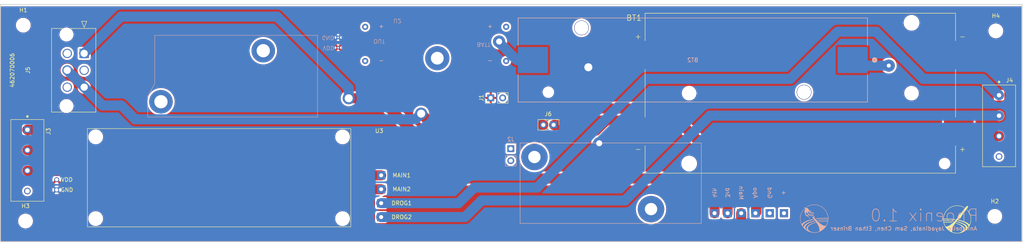
<source format=kicad_pcb>
(kicad_pcb (version 20221018) (generator pcbnew)
  (layers (0 "F.Cu" signal) (1 "In1.Cu" signal) (2 "In2.Cu" signal) (31 "B.Cu" signal) (34 "B.Paste" user) (35 "F.Paste" user) (36 "B.SilkS" user "B.Silkscreen") (37 "F.SilkS" user "F.Silkscreen") (38 "B.Mask" user) (39 "F.Mask" user) (44 "Edge.Cuts" user))
  (net 0 "")
  (net 1 "+3V8")
  (net 2 "GND")
  (net 3 "MAIN1")
  (net 4 "MAIN2")
  (net 5 "Raven4TH")
  (net 6 "RavenMAIN")
  (net 7 "COTSWIFI+")
  (net 8 "+7.5V")
  (net 9 "DROG1")
  (net 10 "DROG2")
  (net 11 "WIFI_PWR_1S")
  (net 12 "Raven3RD")
  (net 13 "RavenAPO")
  (net 14 "GND2")
  (net 15 "RavenMotIgnition")
  (net 16 "PWR_2S")
  (footprint "LOGO" (layer "F.Cu") (at 260.2484 119.0244)
    (fp_text reference "G***" hide)
    (fp_text value "LOGO" hide)
  )
  (footprint "Connector_PinHeader_2.54mm:PinHeader_1x02_P2.97mm_Vertical" (layer "F.Cu") (at 144.4702 88.7984 90)
    (fp_text reference "J1" (at 0 -2.33 90) (layer "F.SilkS"))
    (fp_text value "Mech_Switch")
    (pad "1" thru_hole rect (at 0 0 90) (size 1.7 1.7) (drill 1) (layers "*.Cu" "*.Mask") (net 16 "PWR_2S"))
    (pad "2" thru_hole oval (at 0 2.97 90) (size 1.7 1.7) (drill 1) (layers "*.Cu" "*.Mask") (net 8 "+7.5V"))
  )
  (footprint "COTS_Boards:TE_282837-4-2" (layer "F.Cu") (at 29.464 96.7232 -90)
    (fp_text reference "J3" (at 0.4057 -5.22403 90) (layer "F.SilkS") (effects (font (size 1.001732 1.001732))))
    (fp_text value "MainRecov")
    (pad "1" thru_hole rect (at 0 0 270) (size 1.65 1.65) (drill 1.1) (layers "*.Cu" "*.Mask") (net 3 "MAIN1"))
    (pad "2" thru_hole circle (at 5.08 0 270) (size 1.65 1.65) (drill 1.1) (layers "*.Cu" "*.Mask") (net 4 "MAIN2"))
    (pad "3" thru_hole circle (at 10.16 0 270) (size 1.65 1.65) (drill 1.1) (layers "*.Cu" "*.Mask") (net 6 "RavenMAIN"))
    (pad "4" thru_hole circle (at 15.24 0 270) (size 1.65 1.65) (drill 1.1) (layers "*.Cu" "*.Mask") (net 11 "WIFI_PWR_1S"))
  )
  (footprint "COTS_Boards:EggtimerQuantum" (layer "F.Cu") (at 44.355 96.44)
    (fp_text reference "U3" (at 72.4342 0.5612 unlocked) (layer "F.SilkS"))
    (fp_text value "EggtimerQuantum")
    (fp_text user "DROG2" (at 78 22 unlocked) (layer "F.SilkS"))
    (fp_text user "MAIN2" (at 78 15.08 unlocked) (layer "F.SilkS"))
    (fp_text user "DROG1" (at 78 18.54 unlocked) (layer "F.SilkS"))
    (fp_text user "VDD" (at -5.08 12.7 unlocked) (layer "F.SilkS"))
    (fp_text user "GND" (at -5.08 15.24 unlocked) (layer "F.SilkS"))
    (fp_text user "MAIN1" (at 78 11.62 unlocked) (layer "F.SilkS"))
    (pad "" np_thru_hole circle (at 2.06375 2.06375) (size 3.2 3.2) (drill 3.2) (layers "F&B.Cu" "*.Mask"))
    (pad "" np_thru_hole circle (at 2.06375 22.38375) (size 3.2 3.2) (drill 3.2) (layers "F&B.Cu" "*.Mask"))
    (pad "" np_thru_hole circle (at 63.34125 2.06375) (size 3.2 3.2) (drill 3.2) (layers "F&B.Cu" "*.Mask"))
    (pad "" np_thru_hole circle (at 63.34125 22.38375) (size 3.2 3.2) (drill 3.2) (layers "F&B.Cu" "*.Mask"))
    (pad "1" thru_hole rect (at 72.92 11.62 180) (size 2.032 2.032) (drill 1) (layers "*.Cu" "*.Mask") (net 3 "MAIN1"))
    (pad "2" thru_hole rect (at 72.92 15.08 180) (size 2.032 2.032) (drill 1) (layers "*.Cu" "*.Mask") (net 4 "MAIN2"))
    (pad "3" thru_hole rect (at 72.92 18.54 180) (size 2.032 2.032) (drill 1) (layers "*.Cu" "*.Mask") (net 9 "DROG1"))
    (pad "4" thru_hole rect (at 72.92 22 180) (size 2.032 2.032) (drill 1) (layers "*.Cu" "*.Mask") (net 10 "DROG2"))
    (pad "5" thru_hole circle (at -7.62 12.7) (size 1.2 1.2) (drill 0.8) (layers "*.Cu" "*.Mask") (net 16 "PWR_2S"))
    (pad "6" thru_hole circle (at -7.62 15.24) (size 1.2 1.2) (drill 0.8) (layers "*.Cu" "*.Mask") (net 2 "GND"))
  )
  (footprint "MountingHole:MountingHole_3.2mm_M3_ISO14580" (layer "F.Cu") (at 28.448 70.7136)
    (fp_text reference "H1" (at 0 -3.75) (layer "F.SilkS"))
    (fp_text value "M3")
    (pad "" np_thru_hole circle (at 0 0) (size 3.2 3.2) (drill 3.2) (layers "*.Cu" "*.Mask"))
  )
  (footprint "MountingHole:MountingHole_3.2mm_M3_ISO14580" (layer "F.Cu") (at 29.0068 119.4308)
    (fp_text reference "H3" (at 0 -3.75) (layer "F.SilkS"))
    (fp_text value "M3")
    (pad "" np_thru_hole circle (at 0 0) (size 3.2 3.2) (drill 3.2) (layers "*.Cu" "*.Mask"))
  )
  (footprint "COTS_Boards:CON_462070006" (layer "F.Cu") (at 43.557799 77.730434 90)
    (fp_text reference "J5" (at -4.199999 -13.97 90 unlocked) (layer "F.SilkS"))
    (fp_text value "Staging")
    (fp_text user "462070006" (at -4.199999 -17.839999 90 unlocked) (layer "F.SilkS"))
    (pad "" np_thru_hole circle (at -13.099966 -4.390999 90) (size 2.999999 2.999999) (drill 2.999999) (layers "*.Cu" "*.Mask"))
    (pad "" np_thru_hole circle (at 4.699998 -4.390999 90) (size 2.999999 2.999999) (drill 2.999999) (layers "*.Cu" "*.Mask"))
    (pad "1" thru_hole rect (at 0 0 90) (size 2.3 2.3) (drill 1.8) (layers "*.Cu" "*.Mask") (net 5 "Raven4TH"))
    (pad "2" thru_hole circle (at -4.199999 0 90) (size 2.3 2.3) (drill 1.8) (layers "*.Cu" "*.Mask") (net 11 "WIFI_PWR_1S"))
    (pad "3" thru_hole circle (at -8.399998 0 90) (size 2.3 2.3) (drill 1.8) (layers "*.Cu" "*.Mask") (net 15 "RavenMotIgnition"))
    (pad "4" thru_hole circle (at 0 -4.199999 90) (size 2.3 2.3) (drill 1.8) (layers "*.Cu" "*.Mask") (net 11 "WIFI_PWR_1S"))
    (pad "5" thru_hole circle (at -4.199999 -4.199999 90) (size 2.3 2.3) (drill 1.8) (layers "*.Cu" "*.Mask") (net 15 "RavenMotIgnition"))
    (pad "6" thru_hole circle (at -8.399998 -4.199999 90) (size 2.3 2.3) (drill 1.8) (layers "*.Cu" "*.Mask") (net 11 "WIFI_PWR_1S"))
  )
  (footprint "COTS_Boards:BAT_1048P" (layer "F.Cu") (at 221.32 87.63)
    (fp_text reference "BT1" (at -41.2848 -18.7452) (layer "F.SilkS") (effects (font (size 1.4 1.4))))
    (fp_text value "Batt_2S")
    (pad "" np_thru_hole circle (at -27.6 0) (size 3.17 3.17) (drill 3.17) (layers "*.Cu" "*.Mask"))
    (pad "" np_thru_hole circle (at -27.6 17.505) (size 3.45 3.45) (drill 3.45) (layers "*.Cu" "*.Mask"))
    (pad "" np_thru_hole circle (at 27.6 -17.505) (size 3.45 3.45) (drill 3.45) (layers "*.Cu" "*.Mask"))
    (pad "" np_thru_hole circle (at 27.6 0) (size 3.17 3.17) (drill 3.17) (layers "*.Cu" "*.Mask"))
    (pad "" np_thru_hole circle (at 35.82 17.505) (size 2.39 2.39) (drill 2.39) (layers "*.Cu" "*.Mask"))
    (pad "1" smd rect (at -39.33 -9.555) (size 7.34 6.35) (layers "F.Cu" "F.Paste" "F.Mask") (net 8 "+7.5V"))
    (pad "2" smd rect (at -39.33 9.555) (size 7.34 6.35) (layers "F.Cu" "F.Paste" "F.Mask") (net 2 "GND"))
    (pad "N1" smd rect (at 39.33 -9.555) (size 7.34 6.35) (layers "F.Cu" "F.Paste" "F.Mask"))
    (pad "P2" smd rect (at 39.33 9.555) (size 7.34 6.35) (layers "F.Cu" "F.Paste" "F.Mask"))
  )
  (footprint "COTS_Boards:TE_282837-4" (layer "F.Cu") (at 270.65 88.1375 -90)
    (fp_text reference "J4" (at -3.7079 -2.6032) (layer "F.SilkS") (effects (font (size 1.001732 1.001732))))
    (fp_text value "DrogRecov")
    (pad "1" thru_hole rect (at 0 0 270) (size 1.65 1.65) (drill 1.1) (layers "*.Cu" "*.Mask") (net 9 "DROG1"))
    (pad "2" thru_hole circle (at 5.08 0 270) (size 1.65 1.65) (drill 1.1) (layers "*.Cu" "*.Mask") (net 10 "DROG2"))
    (pad "3" thru_hole circle (at 10.16 0 270) (size 1.65 1.65) (drill 1.1) (layers "*.Cu" "*.Mask") (net 13 "RavenAPO"))
    (pad "4" thru_hole circle (at 15.24 0 270) (size 1.65 1.65) (drill 1.1) (layers "*.Cu" "*.Mask") (net 11 "WIFI_PWR_1S"))
  )
  (footprint "MountingHole:MountingHole_3.2mm_M3_ISO14580" (layer "F.Cu") (at 269.5956 118.2624)
    (fp_text reference "H2" (at 0 -3.75) (layer "F.SilkS"))
    (fp_text value "M3")
    (pad "" np_thru_hole circle (at 0 0) (size 3.2 3.2) (drill 3.2) (layers "*.Cu" "*.Mask"))
  )
  (footprint "Connector_PinHeader_2.54mm:PinHeader_1x02_P2.54mm_Vertical" (layer "F.Cu") (at 160.0708 95.504 -90)
    (fp_text reference "J6" (at -2.6924 1.3208) (layer "F.SilkS"))
    (fp_text value "Mech_Switch")
    (pad "1" thru_hole rect (at 0 0 270) (size 1.7 1.7) (drill 1) (layers "*.Cu" "*.Mask") (net 12 "Raven3RD"))
    (pad "2" thru_hole oval (at 0 2.54 270) (size 1.7 1.7) (drill 1) (layers "*.Cu" "*.Mask") (net 15 "RavenMotIgnition"))
  )
  (footprint "MountingHole:MountingHole_3.2mm_M3_ISO14580" (layer "F.Cu") (at 269.8496 72.136)
    (fp_text reference "H4" (at 0 -3.75) (layer "F.SilkS"))
    (fp_text value "M3")
    (pad "" np_thru_hole circle (at 0 0) (size 3.2 3.2) (drill 3.2) (layers "*.Cu" "*.Mask"))
  )
  (footprint "COTS_Boards:Blue Raven" (layer "B.Cu") (at 151.765 120.015)
    (fp_text reference "U5" hide)
    (fp_text value "Blue_Raven")
    (fp_text user "3rd" (at 51.5 -7.62 -90 unlocked) (layer "B.SilkS") (effects (justify mirror)))
    (fp_text user "Apo" (at 58.42 -7.62 270 unlocked) (layer "B.SilkS") (effects (justify mirror)))
    (fp_text user "4th" (at 48.26 -7.62 270 unlocked) (layer "B.SilkS") (effects (justify mirror)))
    (fp_text user "Main" (at 54.88 -7.62 -90 unlocked) (layer "B.SilkS") (effects (justify mirror)))
    (fp_text user "Gnd" (at 61.96 -7.62 -90 unlocked) (layer "B.SilkS") (effects (justify mirror)))
    (fp_text user "+" (at 65.5 -7.62 -90 unlocked) (layer "B.SilkS") (effects (justify mirror)))
    (pad "" np_thru_hole circle (at 3.556 -16.51) (size 6.56082 6.56082) (drill 3.06832) (layers "*.Cu" "*.Mask"))
    (pad "" np_thru_hole circle (at 32.4993 -3.556) (size 6.56082 6.56082) (drill 3.06832) (layers "*.Cu" "*.Mask"))
    (pad "1" thru_hole rect (at 65.5 -2.54 90) (size 2.032 2.032) (drill 1) (layers "*.Cu" "*.Mask") (net 11 "WIFI_PWR_1S"))
    (pad "2" thru_hole rect (at 61.96 -2.54) (size 2.032 2.032) (drill 1) (layers "*.Cu" "*.Mask") (net 14 "GND2"))
    (pad "3" thru_hole rect (at 58.42 -2.54 90) (size 2.032 2.032) (drill 1) (layers "*.Cu" "*.Mask") (net 13 "RavenAPO"))
    (pad "4" thru_hole rect (at 54.88 -2.54 90) (size 2.032 2.032) (drill 1) (layers "*.Cu" "*.Mask") (net 6 "RavenMAIN"))
    (pad "5" thru_hole rect (at 51.5 -2.54) (size 2.032 2.032) (drill 1) (layers "*.Cu" "*.Mask") (net 12 "Raven3RD"))
    (pad "6" thru_hole rect (at 48.26 -2.54 90) (size 2.032 2.032) (drill 1) (layers "*.Cu" "*.Mask") (net 5 "Raven4TH"))
  )
  (footprint "COTS_Boards:1042P_KEY" (layer "B.Cu") (at 194.6275 79.375 180)
    (fp_text reference "BT2" (at 0 0 unlocked) (layer "B.SilkS") (effects (justify mirror)))
    (fp_text value "Batt_1S")
    (pad "" thru_hole circle (at -27.6225 -8.001 180) (size 3.6544 3.6544) (drill 3.4544) (layers "*.Cu" "*.Mask"))
    (pad "" thru_hole circle (at 27.6225 8.001 180) (size 3.6544 3.6544) (drill 3.4544) (layers "*.Cu" "*.Mask"))
    (pad "" np_thru_hole circle (at 35.8521 -8.001 180) (size 2.3876 2.3876) (drill 2.3876) (layers "*.Cu" "*.Mask"))
    (pad "1" smd rect (at -39.6875 0 180) (size 7.4676 6.477) (layers "B.Cu" "B.Paste" "B.Mask") (net 1 "+3V8"))
    (pad "2" smd rect (at 39.6875 0 180) (size 7.4676 6.477) (layers "B.Cu" "B.Paste" "B.Mask") (net 14 "GND2"))
  )
  (footprint "COTS_Boards:Featherweight_GPS" (layer "B.Cu") (at 59.3148 93.566)
    (fp_text reference "U4" hide)
    (fp_text value "EggfinderMini/FeatherGPS")
    (fp_text user "VDD" (at 43.371408 -17.77701 180 unlocked) (layer "B.SilkS") (effects (font (thickness 0.1)) (justify left bottom mirror)))
    (fp_text user "GND" (at 43.18 -20.32 180 unlocked) (layer "B.SilkS") (effects (font (thickness 0.1)) (justify left bottom mirror)))
    (pad "" np_thru_hole circle (at 3.302 -3.81) (size 5.842 5.842) (drill 3.302) (layers "*.Cu" "*.Mask"))
    (pad "" np_thru_hole circle (at 28.702 -16.51) (size 5.842 5.842) (drill 3.302) (layers "*.Cu" "*.Mask"))
    (pad "1" thru_hole circle (at 47.284587 -17.260465) (size 0.762 0.762) (drill 0.381) (layers "*.Cu" "*.Mask") (net 16 "PWR_2S"))
    (pad "2" thru_hole circle (at 47.284587 -19.800465) (size 0.762 0.762) (drill 0.381) (layers "*.Cu" "*.Mask") (net 2 "GND"))
  )
  (footprint "COTS_Boards:Eggtime_WiFi_switch" (layer "B.Cu") (at 121.31 69.12)
    (fp_text reference "U2" (at 0 0.5 180 unlocked) (layer "B.SilkS") (effects (font (thickness 0.1)) (justify mirror)))
    (fp_text value "WiFi Switch")
    (fp_text user "OUT" (at -6 5 180 unlocked) (layer "B.SilkS") (effects (font (thickness 0.1)) (justify left bottom mirror)))
    (fp_text user "+" (at 23 2 180 unlocked) (layer "B.SilkS") (effects (justify mirror)))
    (fp_text user "+" (at -4 2 180 unlocked) (layer "B.SilkS") (effects (justify mirror)))
    (fp_text user "-" (at 23 10.5 180 unlocked) (layer "B.SilkS") (effects (justify mirror)))
    (fp_text user "BATT" (at 19.66 5.81 180 unlocked) (layer "B.SilkS") (effects (font (thickness 0.1)) (justify left bottom mirror)))
    (fp_text user "-" (at -4 10.5 180 unlocked) (layer "B.SilkS") (effects (justify mirror)))
    (pad "" np_thru_hole circle (at 9.9 9.8) (size 6 6) (drill 3.18) (layers "*.Cu" "*.Mask"))
    (pad "1" thru_hole circle (at 27 2) (size 1.524 1.524) (drill 0.762) (layers "*.Cu" "*.Mask") (net 7 "COTSWIFI+"))
    (pad "2" thru_hole circle (at 27 10.5) (size 1.524 1.524) (drill 0.762) (layers "*.Cu" "*.Mask") (net 14 "GND2"))
    (pad "3" thru_hole circle (at -8 2) (size 1.524 1.524) (drill 0.762) (layers "*.Cu" "*.Mask") (net 11 "WIFI_PWR_1S"))
    (pad "4" thru_hole circle (at -8 10.5) (size 1.524 1.524) (drill 0.762) (layers "*.Cu" "*.Mask") (net 14 "GND2"))
  )
  (footprint "Connector_PinHeader_2.54mm:PinHeader_1x02_P2.97mm_Vertical" (layer "B.Cu") (at 149.4536 101.4426 180)
    (fp_text reference "J2" (at 0 2.33) (layer "B.SilkS") (effects (justify mirror)))
    (fp_text value "Mech_Switch")
    (pad "1" thru_hole rect (at 0 0 180) (size 1.7 1.7) (drill 1) (layers "*.Cu" "*.Mask") (net 7 "COTSWIFI+"))
    (pad "2" thru_hole oval (at 0 -2.97 180) (size 1.7 1.7) (drill 1) (layers "*.Cu" "*.Mask") (net 1 "+3V8"))
  )
  (footprint "LOGO" (layer "B.Cu") (at 224.79 118.8212 180)
    (fp_text reference "G***" hide)
    (fp_text value "LOGO" hide)
  )
  (gr_rect (start 22.765 65.57) (end 276.365 124.57) (stroke (width 0.2)) (fill none) (layer "Edge.Cuts"))
  (gr_text "Phoenix 1.0\n" (at 265.7348 119.7864) (layer "B.SilkS") (effects (font (size 3 3)) (justify left bottom mirror)))
  (gr_text "Annabelle Jayadinata, Sam Chen, Ethan Brinser" (at 265.2776 121.8692) (layer "B.SilkS") (effects (font (size 1 1)) (justify left bottom mirror)))
  (via (at 243.2812 80.772) (size 3) (drill 1) (layers "F.Cu" "B.Cu") (net 1))
  (segment (start 235.712 80.772) (end 234.315 79.375) (width 2.5) (layer "B.Cu") (net 1))
  (segment (start 243.2812 80.772) (end 235.712 80.772) (width 2.5) (layer "B.Cu") (net 1))
  (segment (start 174.595 97.185) (end 171.704 100.076) (width 2.5) (layer "F.Cu") (net 2))
  (segment (start 171.3992 100.3808) (end 171.704 100.076) (width 2.5) (layer "F.Cu") (net 2))
  (segment (start 171.704 100.076) (end 171.3992 100.076) (width 2.5) (layer "F.Cu") (net 2))
  (segment (start 181.99 97.185) (end 174.595 97.185) (width 2.5) (layer "F.Cu") (net 2))
  (segment (start 171.3992 100.076) (end 171.3992 100.3808) (width 2.5) (layer "F.Cu") (net 2))
  (via (at 171.3992 100.076) (size 3) (drill 1.5) (layers "F.Cu" "B.Cu") (net 2))
  (segment (start 29.5656 96.8248) (end 29.464 96.7232) (width 2.5) (layer "F.Cu") (net 3))
  (segment (start 109.965 108.06) (end 117.275 108.06) (width 2.5) (layer "F.Cu") (net 3))
  (segment (start 99.695 97.79) (end 109.965 108.06) (width 2.5) (layer "F.Cu") (net 3))
  (segment (start 41.7068 96.7232) (end 43.2308 95.1992) (width 2.5) (layer "F.Cu") (net 3))
  (segment (start 52.0192 95.1992) (end 54.61 97.79) (width 2.5) (layer "F.Cu") (net 3))
  (segment (start 43.2308 95.1992) (end 52.0192 95.1992) (width 2.5) (layer "F.Cu") (net 3))
  (segment (start 54.61 97.79) (end 99.695 97.79) (width 2.5) (layer "F.Cu") (net 3))
  (segment (start 29.464 96.7232) (end 41.7068 96.7232) (width 2.5) (layer "F.Cu") (net 3))
  (segment (start 29.464 101.8032) (end 39.5732 101.8032) (width 2.5) (layer "F.Cu") (net 4))
  (segment (start 39.5732 101.8032) (end 43.18 105.41) (width 2.5) (layer "F.Cu") (net 4))
  (segment (start 109.0308 111.52) (end 117.275 111.52) (width 2.5) (layer "F.Cu") (net 4))
  (segment (start 102.9208 105.41) (end 109.0308 111.52) (width 2.5) (layer "F.Cu") (net 4))
  (segment (start 43.18 105.41) (end 102.9208 105.41) (width 2.5) (layer "F.Cu") (net 4))
  (segment (start 136.788 108.848) (end 116.84 88.9) (width 2.5) (layer "F.Cu") (net 5))
  (segment (start 200.025 110.109) (end 198.764 108.848) (width 2.5) (layer "F.Cu") (net 5))
  (segment (start 198.764 108.848) (end 136.788 108.848) (width 2.5) (layer "F.Cu") (net 5))
  (segment (start 116.84 88.9) (end 109.22 88.9) (width 2.5) (layer "F.Cu") (net 5))
  (segment (start 200.025 117.475) (end 200.025 110.109) (width 2.5) (layer "F.Cu") (net 5))
  (via (at 109.22 88.9) (size 3) (drill 2) (layers "F.Cu" "B.Cu") (net 5))
  (segment (start 52.708233 68.58) (end 43.557799 77.730434) (width 2.5) (layer "B.Cu") (net 5))
  (segment (start 109.22 88.9) (end 109.22 86.36) (width 2.5) (layer "B.Cu") (net 5))
  (segment (start 91.44 68.58) (end 52.708233 68.58) (width 2.5) (layer "B.Cu") (net 5))
  (segment (start 109.22 86.36) (end 91.44 68.58) (width 2.5) (layer "B.Cu") (net 5))
  (segment (start 48.768 114.3) (end 45.6692 114.3) (width 2.5) (layer "F.Cu") (net 6))
  (segment (start 56.5912 122.1232) (end 48.768 114.3) (width 2.5) (layer "F.Cu") (net 6))
  (segment (start 38.354 106.9848) (end 29.5656 106.9848) (width 2.5) (layer "F.Cu") (net 6))
  (segment (start 206.645 117.475) (end 206.645 121.1674) (width 2.5) (layer "F.Cu") (net 6))
  (segment (start 45.6692 114.3) (end 38.354 106.9848) (width 2.5) (layer "F.Cu") (net 6))
  (segment (start 205.6892 122.1232) (end 56.5912 122.1232) (width 2.5) (layer "F.Cu") (net 6))
  (segment (start 29.5656 106.9848) (end 29.464 106.8832) (width 2.5) (layer "F.Cu") (net 6))
  (segment (start 206.645 121.1674) (end 205.6892 122.1232) (width 2.5) (layer "F.Cu") (net 6))
  (segment (start 181.99 78.075) (end 171.8102 78.075) (width 2.5) (layer "F.Cu") (net 8))
  (segment (start 171.8102 78.075) (end 168.7068 81.1784) (width 2.5) (layer "F.Cu") (net 8))
  (via blind (at 168.7068 81.1784) (size 3) (drill 2) (layers "F.Cu" "In1.Cu") (net 8))
  (segment (start 270.65 88.1375) (end 266.576 84.0635) (width 2.5) (layer "B.Cu") (net 9))
  (segment (start 230.5812 72.3392) (end 240.1316 72.3392) (width 2.5) (layer "B.Cu") (net 9))
  (segment (start 136.48 114.98) (end 117.275 114.98) (width 2.5) (layer "B.Cu") (net 9))
  (segment (start 183.0429 84.0635) (end 156.0068 111.0996) (width 2.5) (layer "B.Cu") (net 9))
  (segment (start 251.8559 84.0635) (end 266.576 84.0635) (width 2.5) (layer "B.Cu") (net 9))
  (segment (start 240.1316 72.3392) (end 251.8559 84.0635) (width 2.5) (layer "B.Cu") (net 9))
  (segment (start 183.0429 84.0635) (end 218.8569 84.0635) (width 2.5) (layer "B.Cu") (net 9))
  (segment (start 140.3604 111.0996) (end 136.48 114.98) (width 2.5) (layer "B.Cu") (net 9))
  (segment (start 156.0068 111.0996) (end 140.3604 111.0996) (width 2.5) (layer "B.Cu") (net 9))
  (segment (start 218.8569 84.0635) (end 230.5812 72.3392) (width 2.5) (layer "B.Cu") (net 9))
  (segment (start 270.65 93.2175) (end 198.8825 93.2175) (width 2.5) (layer "B.Cu") (net 10))
  (segment (start 198.8825 93.2175) (end 177.8 114.3) (width 2.5) (layer "B.Cu") (net 10))
  (segment (start 142.24 114.3) (end 138.1 118.44) (width 2.5) (layer "B.Cu") (net 10))
  (segment (start 138.1 118.44) (end 117.275 118.44) (width 2.5) (layer "B.Cu") (net 10))
  (segment (start 177.8 114.3) (end 142.24 114.3) (width 2.5) (layer "B.Cu") (net 10))
  (segment (start 165.608 95.5548) (end 160.2308 95.5548) (width 2.5) (layer "F.Cu") (net 12))
  (segment (start 187.96 91.44) (end 169.7228 91.44) (width 2.5) (layer "F.Cu") (net 12))
  (segment (start 203.265 117.475) (end 203.265 106.745) (width 2.5) (layer "F.Cu") (net 12))
  (segment (start 160.2308 95.5548) (end 160.2308 95.504) (width 2.5) (layer "F.Cu") (net 12))
  (segment (start 169.7228 91.44) (end 165.608 95.5548) (width 2.5) (layer "F.Cu") (net 12))
  (segment (start 203.265 106.745) (end 187.96 91.44) (width 2.5) (layer "F.Cu") (net 12))
  (segment (start 267.4625 108.4575) (end 264.16 111.76) (width 2.5) (layer "F.Cu") (net 13))
  (segment (start 267.4625 98.2975) (end 267.4625 108.4575) (width 2.5) (layer "F.Cu") (net 13))
  (segment (start 264.16 111.76) (end 213.508 111.76) (width 2.5) (layer "F.Cu") (net 13))
  (segment (start 270.65 98.2975) (end 267.4625 98.2975) (width 2.5) (layer "F.Cu") (net 13))
  (segment (start 213.508 111.76) (end 210.345 114.923) (width 2.5) (layer "F.Cu") (net 13))
  (segment (start 210.345 114.923) (end 210.345 117.315) (width 2.5) (layer "F.Cu") (net 13))
  (via (at 146.558 74.7776) (size 3) (drill 1.5) (layers "F.Cu" "B.Cu") (net 14))
  (segment (start 146.558 74.7776) (end 146.304 74.7776) (width 2.5) (layer "B.Cu") (net 14))
  (segment (start 154.94 79.375) (end 150.9014 79.375) (width 2.5) (layer "B.Cu") (net 14))
  (segment (start 150.9014 79.375) (end 146.558 75.0316) (width 2.5) (layer "B.Cu") (net 14))
  (segment (start 146.558 75.0316) (end 146.558 74.7776) (width 2.5) (layer "B.Cu") (net 14))
  (segment (start 146.304 74.7776) (end 146.4564 74.93) (width 2.5) (layer "B.Cu") (net 14))
  (segment (start 150.7922 95.504) (end 141.5466 104.7496) (width 2.5) (layer "F.Cu") (net 15))
  (segment (start 141.5466 104.7496) (end 139.2428 104.7496) (width 2.5) (layer "F.Cu") (net 15))
  (segment (start 157.5308 95.504) (end 150.7922 95.504) (width 2.5) (layer "F.Cu") (net 15))
  (segment (start 139.2428 104.7496) (end 127.2032 92.71) (width 2.5) (layer "F.Cu") (net 15))
  (via (at 127.2032 92.71) (size 3) (drill 2) (layers "F.Cu" "B.Cu") (net 15))
  (segment (start 43.557799 86.130432) (end 39.3578 81.930433) (width 2.5) (layer "B.Cu") (net 15))
  (segment (start 127.2032 92.71) (end 125.7862 94.127) (width 2.5) (layer "B.Cu") (net 15))
  (segment (start 56.2302 94.127) (end 52.7812 90.678) (width 2.5) (layer "B.Cu") (net 15))
  (segment (start 48.105367 90.678) (end 43.557799 86.130432) (width 2.5) (layer "B.Cu") (net 15))
  (segment (start 125.7862 94.127) (end 56.2302 94.127) (width 2.5) (layer "B.Cu") (net 15))
  (segment (start 52.7812 90.678) (end 48.105367 90.678) (width 2.5) (layer "B.Cu") (net 15))
  (zone (net 16) (net_name "PWR_2S") (layer "F.Cu") (connect_pads (clearance 0.5)) (min_thickness 0.25) (fill yes (thermal_gap 0.5) (thermal_bridge_width 0.5))
    (polygon (pts (xy 22.86 66.04) (xy 276.86 66.04) (xy 276.86 124.46) (xy 22.86 124.46)))
  )
  (zone (net 2) (net_name "GND") (layer "B.Cu") (priority 3) (connect_pads (clearance 0.5)) (min_thickness 0.25) (fill yes (thermal_gap 0.5) (thermal_bridge_width 0.5))
    (polygon (pts (xy 22.86 66.04) (xy 276.86 66.04) (xy 276.86 124.46) (xy 22.86 124.46)))
  )
)
</source>
